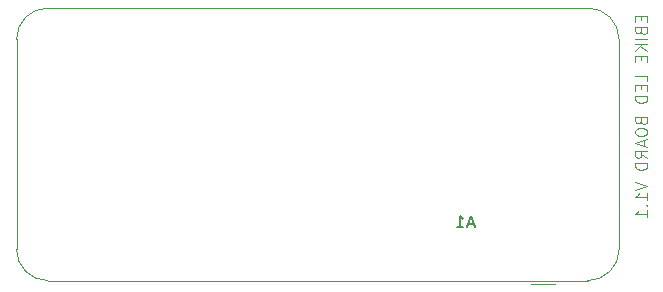
<source format=gbr>
G04 #@! TF.GenerationSoftware,KiCad,Pcbnew,(6.0.7-1)-1*
G04 #@! TF.CreationDate,2022-11-28T10:58:20-05:00*
G04 #@! TF.ProjectId,ebike_LED,6562696b-655f-44c4-9544-2e6b69636164,rev?*
G04 #@! TF.SameCoordinates,Original*
G04 #@! TF.FileFunction,Legend,Bot*
G04 #@! TF.FilePolarity,Positive*
%FSLAX46Y46*%
G04 Gerber Fmt 4.6, Leading zero omitted, Abs format (unit mm)*
G04 Created by KiCad (PCBNEW (6.0.7-1)-1) date 2022-11-28 10:58:20*
%MOMM*%
%LPD*%
G01*
G04 APERTURE LIST*
%ADD10C,0.100000*%
%ADD11C,0.150000*%
%ADD12C,0.120000*%
G04 APERTURE END LIST*
D10*
X98728571Y-40923809D02*
X98728571Y-41257142D01*
X99252380Y-41400000D02*
X99252380Y-40923809D01*
X98252380Y-40923809D01*
X98252380Y-41400000D01*
X98728571Y-42161904D02*
X98776190Y-42304761D01*
X98823809Y-42352380D01*
X98919047Y-42400000D01*
X99061904Y-42400000D01*
X99157142Y-42352380D01*
X99204761Y-42304761D01*
X99252380Y-42209523D01*
X99252380Y-41828571D01*
X98252380Y-41828571D01*
X98252380Y-42161904D01*
X98300000Y-42257142D01*
X98347619Y-42304761D01*
X98442857Y-42352380D01*
X98538095Y-42352380D01*
X98633333Y-42304761D01*
X98680952Y-42257142D01*
X98728571Y-42161904D01*
X98728571Y-41828571D01*
X99252380Y-42828571D02*
X98252380Y-42828571D01*
X99252380Y-43304761D02*
X98252380Y-43304761D01*
X99252380Y-43876190D02*
X98680952Y-43447619D01*
X98252380Y-43876190D02*
X98823809Y-43304761D01*
X98728571Y-44304761D02*
X98728571Y-44638095D01*
X99252380Y-44780952D02*
X99252380Y-44304761D01*
X98252380Y-44304761D01*
X98252380Y-44780952D01*
X99252380Y-46447619D02*
X99252380Y-45971428D01*
X98252380Y-45971428D01*
X98728571Y-46780952D02*
X98728571Y-47114285D01*
X99252380Y-47257142D02*
X99252380Y-46780952D01*
X98252380Y-46780952D01*
X98252380Y-47257142D01*
X99252380Y-47685714D02*
X98252380Y-47685714D01*
X98252380Y-47923809D01*
X98300000Y-48066666D01*
X98395238Y-48161904D01*
X98490476Y-48209523D01*
X98680952Y-48257142D01*
X98823809Y-48257142D01*
X99014285Y-48209523D01*
X99109523Y-48161904D01*
X99204761Y-48066666D01*
X99252380Y-47923809D01*
X99252380Y-47685714D01*
X98728571Y-49780952D02*
X98776190Y-49923809D01*
X98823809Y-49971428D01*
X98919047Y-50019047D01*
X99061904Y-50019047D01*
X99157142Y-49971428D01*
X99204761Y-49923809D01*
X99252380Y-49828571D01*
X99252380Y-49447619D01*
X98252380Y-49447619D01*
X98252380Y-49780952D01*
X98300000Y-49876190D01*
X98347619Y-49923809D01*
X98442857Y-49971428D01*
X98538095Y-49971428D01*
X98633333Y-49923809D01*
X98680952Y-49876190D01*
X98728571Y-49780952D01*
X98728571Y-49447619D01*
X98252380Y-50638095D02*
X98252380Y-50828571D01*
X98300000Y-50923809D01*
X98395238Y-51019047D01*
X98585714Y-51066666D01*
X98919047Y-51066666D01*
X99109523Y-51019047D01*
X99204761Y-50923809D01*
X99252380Y-50828571D01*
X99252380Y-50638095D01*
X99204761Y-50542857D01*
X99109523Y-50447619D01*
X98919047Y-50400000D01*
X98585714Y-50400000D01*
X98395238Y-50447619D01*
X98300000Y-50542857D01*
X98252380Y-50638095D01*
X98966666Y-51447619D02*
X98966666Y-51923809D01*
X99252380Y-51352380D02*
X98252380Y-51685714D01*
X99252380Y-52019047D01*
X99252380Y-52923809D02*
X98776190Y-52590476D01*
X99252380Y-52352380D02*
X98252380Y-52352380D01*
X98252380Y-52733333D01*
X98300000Y-52828571D01*
X98347619Y-52876190D01*
X98442857Y-52923809D01*
X98585714Y-52923809D01*
X98680952Y-52876190D01*
X98728571Y-52828571D01*
X98776190Y-52733333D01*
X98776190Y-52352380D01*
X99252380Y-53352380D02*
X98252380Y-53352380D01*
X98252380Y-53590476D01*
X98300000Y-53733333D01*
X98395238Y-53828571D01*
X98490476Y-53876190D01*
X98680952Y-53923809D01*
X98823809Y-53923809D01*
X99014285Y-53876190D01*
X99109523Y-53828571D01*
X99204761Y-53733333D01*
X99252380Y-53590476D01*
X99252380Y-53352380D01*
X98252380Y-54971428D02*
X99252380Y-55304761D01*
X98252380Y-55638095D01*
X99252380Y-56495238D02*
X99252380Y-55923809D01*
X99252380Y-56209523D02*
X98252380Y-56209523D01*
X98395238Y-56114285D01*
X98490476Y-56019047D01*
X98538095Y-55923809D01*
X99157142Y-56923809D02*
X99204761Y-56971428D01*
X99252380Y-56923809D01*
X99204761Y-56876190D01*
X99157142Y-56923809D01*
X99252380Y-56923809D01*
X99252380Y-57923809D02*
X99252380Y-57352380D01*
X99252380Y-57638095D02*
X98252380Y-57638095D01*
X98395238Y-57542857D01*
X98490476Y-57447619D01*
X98538095Y-57352380D01*
D11*
X84564285Y-58516666D02*
X84088095Y-58516666D01*
X84659523Y-58802380D02*
X84326190Y-57802380D01*
X83992857Y-58802380D01*
X83135714Y-58802380D02*
X83707142Y-58802380D01*
X83421428Y-58802380D02*
X83421428Y-57802380D01*
X83516666Y-57945238D01*
X83611904Y-58040476D01*
X83707142Y-58088095D01*
D12*
X45864000Y-42875200D02*
X45864000Y-60655200D01*
X94234000Y-63305200D02*
X48514000Y-63305200D01*
X94234000Y-40225200D02*
X48514000Y-40225200D01*
X96884000Y-42875200D02*
X96884000Y-60655200D01*
X89424000Y-63625200D02*
X91424000Y-63625200D01*
X96884000Y-42875200D02*
G75*
G03*
X94234000Y-40225200I-2650000J0D01*
G01*
X94234000Y-63305200D02*
G75*
G03*
X96884000Y-60655200I0J2650000D01*
G01*
X48514000Y-40225200D02*
G75*
G03*
X45864000Y-42875200I0J-2650000D01*
G01*
X45864000Y-60655200D02*
G75*
G03*
X48514000Y-63305200I2650000J0D01*
G01*
M02*

</source>
